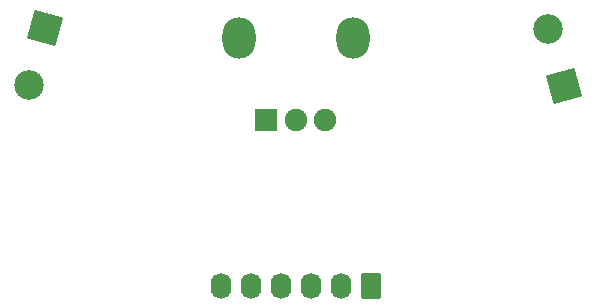
<source format=gbr>
%TF.GenerationSoftware,KiCad,Pcbnew,6.0.11-2627ca5db0~126~ubuntu22.04.1*%
%TF.CreationDate,2024-08-23T15:04:18+02:00*%
%TF.ProjectId,PowerMeTer,506f7765-724d-4655-9465-722e6b696361,rev?*%
%TF.SameCoordinates,Original*%
%TF.FileFunction,Soldermask,Bot*%
%TF.FilePolarity,Negative*%
%FSLAX46Y46*%
G04 Gerber Fmt 4.6, Leading zero omitted, Abs format (unit mm)*
G04 Created by KiCad (PCBNEW 6.0.11-2627ca5db0~126~ubuntu22.04.1) date 2024-08-23 15:04:18*
%MOMM*%
%LPD*%
G01*
G04 APERTURE LIST*
G04 Aperture macros list*
%AMRoundRect*
0 Rectangle with rounded corners*
0 $1 Rounding radius*
0 $2 $3 $4 $5 $6 $7 $8 $9 X,Y pos of 4 corners*
0 Add a 4 corners polygon primitive as box body*
4,1,4,$2,$3,$4,$5,$6,$7,$8,$9,$2,$3,0*
0 Add four circle primitives for the rounded corners*
1,1,$1+$1,$2,$3*
1,1,$1+$1,$4,$5*
1,1,$1+$1,$6,$7*
1,1,$1+$1,$8,$9*
0 Add four rect primitives between the rounded corners*
20,1,$1+$1,$2,$3,$4,$5,0*
20,1,$1+$1,$4,$5,$6,$7,0*
20,1,$1+$1,$6,$7,$8,$9,0*
20,1,$1+$1,$8,$9,$2,$3,0*%
%AMRotRect*
0 Rectangle, with rotation*
0 The origin of the aperture is its center*
0 $1 length*
0 $2 width*
0 $3 Rotation angle, in degrees counterclockwise*
0 Add horizontal line*
21,1,$1,$2,0,0,$3*%
G04 Aperture macros list end*
%ADD10RotRect,2.500000X2.500000X105.500000*%
%ADD11C,2.500000*%
%ADD12RoundRect,0.250000X0.620000X0.845000X-0.620000X0.845000X-0.620000X-0.845000X0.620000X-0.845000X0*%
%ADD13O,1.740000X2.190000*%
%ADD14O,2.800000X3.500000*%
%ADD15R,1.900000X1.900000*%
%ADD16C,1.900000*%
%ADD17RotRect,2.500000X2.500000X254.500000*%
G04 APERTURE END LIST*
D10*
%TO.C,J2*%
X122697185Y-46500000D03*
D11*
X121360993Y-41681848D03*
%TD*%
D12*
%TO.C,J3*%
X106350000Y-63430000D03*
D13*
X103810000Y-63430000D03*
X101270000Y-63430000D03*
X98730000Y-63430000D03*
X96190000Y-63430000D03*
X93650000Y-63430000D03*
%TD*%
D14*
%TO.C,RV1*%
X104800000Y-42418000D03*
X95200000Y-42418000D03*
D15*
X97500000Y-49418000D03*
D16*
X100000000Y-49418000D03*
X102500000Y-49418000D03*
%TD*%
D17*
%TO.C,J1*%
X78740000Y-41640000D03*
D11*
X77403808Y-46458152D03*
%TD*%
M02*

</source>
